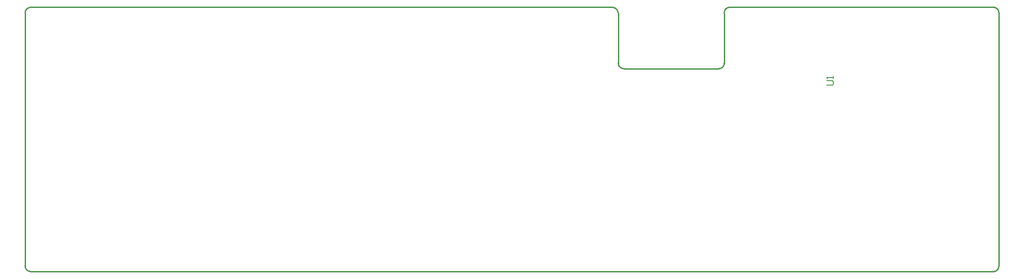
<source format=gm1>
G04*
G04 #@! TF.GenerationSoftware,Altium Limited,Altium Designer,23.3.1 (30)*
G04*
G04 Layer_Color=16711935*
%FSLAX44Y44*%
%MOMM*%
G71*
G04*
G04 #@! TF.SameCoordinates,D953DCF9-3291-42EB-AE53-6C5A23FC187B*
G04*
G04*
G04 #@! TF.FilePolarity,Positive*
G04*
G01*
G75*
%ADD11C,0.1500*%
%ADD14C,0.2540*%
D11*
X1537674Y358140D02*
X1548504D01*
X1550670Y360306D01*
Y364638D01*
X1548504Y366804D01*
X1537674D01*
X1550670Y371136D02*
Y375468D01*
Y373302D01*
X1537674D01*
X1539840Y371136D01*
D14*
X1330960Y389890D02*
G03*
X1341120Y400050I0J10160D01*
G01*
X1351280Y508000D02*
G03*
X1341120Y496570I635J-10795D01*
G01*
X1137920Y400050D02*
G03*
X1149350Y389890I10795J635D01*
G01*
X0Y11430D02*
G03*
X11430Y0I11430J0D01*
G01*
X1858010D02*
G03*
X1868170Y11430I-635J10795D01*
G01*
Y496570D02*
G03*
X1858010Y508000I-10795J635D01*
G01*
X1137920Y496570D02*
G03*
X1125220Y508000I-12065J-635D01*
G01*
X11430D02*
G03*
X0Y496570I0J-11430D01*
G01*
X1351280Y508000D02*
X1353820D01*
X1341120Y400050D02*
Y496570D01*
X1353820Y508000D02*
X1366520D01*
X1149350Y389890D02*
X1330960D01*
X1137920Y400050D02*
Y496570D01*
X0Y11430D02*
Y496570D01*
X11430Y0D02*
X1858010D01*
X1868170Y11430D02*
Y496570D01*
X1366520Y508000D02*
X1858010D01*
X11430D02*
X1125220D01*
M02*

</source>
